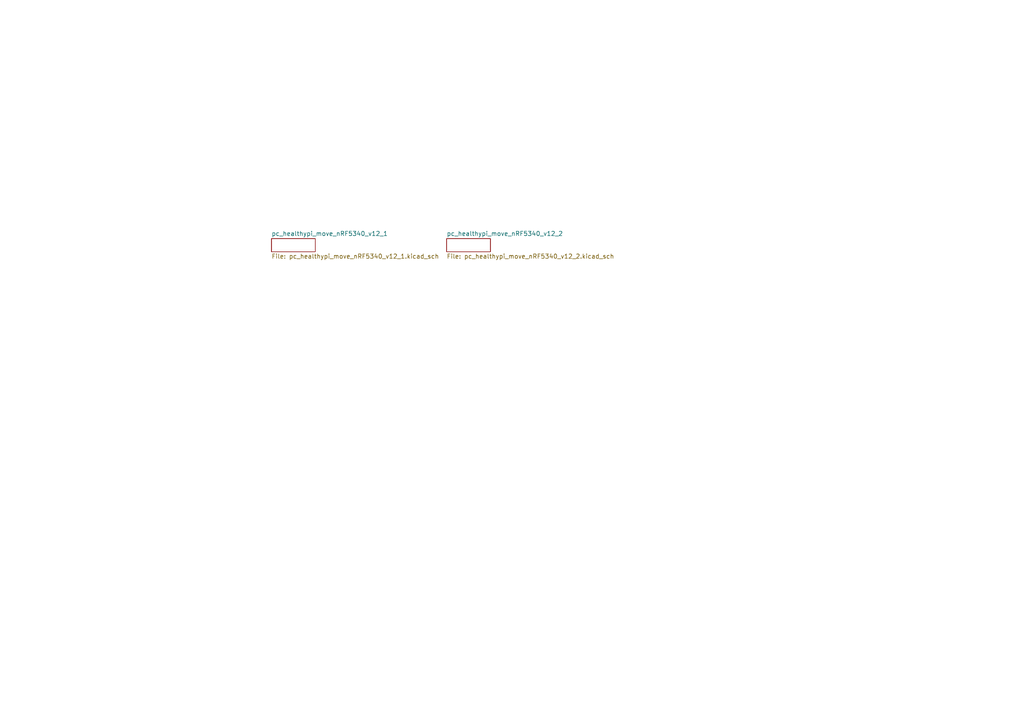
<source format=kicad_sch>
(kicad_sch
	(version 20250114)
	(generator "eeschema")
	(generator_version "9.0")
	(uuid "8f404bb9-fb17-4b44-8086-95497491a3f4")
	(paper "A4")
	(lib_symbols)
	(sheet
		(at 78.74 69.215)
		(size 12.7 3.81)
		(exclude_from_sim no)
		(in_bom yes)
		(on_board yes)
		(dnp no)
		(fields_autoplaced yes)
		(stroke
			(width 0)
			(type solid)
		)
		(fill
			(color 0 0 0 0.0000)
		)
		(uuid "b6a7211f-b5d4-4b9c-8dce-ca028a395813")
		(property "Sheetname" "pc_healthypi_move_nRF5340_v12_1"
			(at 78.74 68.5034 0)
			(effects
				(font
					(size 1.27 1.27)
				)
				(justify left bottom)
			)
		)
		(property "Sheetfile" "pc_healthypi_move_nRF5340_v12_1.kicad_sch"
			(at 78.74 73.6096 0)
			(effects
				(font
					(size 1.27 1.27)
				)
				(justify left top)
			)
		)
		(instances
			(project "pc_healthypi_move_nRF5340_v12"
				(path "/8f404bb9-fb17-4b44-8086-95497491a3f4"
					(page "1")
				)
			)
		)
	)
	(sheet
		(at 129.54 69.215)
		(size 12.7 3.81)
		(exclude_from_sim no)
		(in_bom yes)
		(on_board yes)
		(dnp no)
		(fields_autoplaced yes)
		(stroke
			(width 0)
			(type solid)
		)
		(fill
			(color 0 0 0 0.0000)
		)
		(uuid "d3bbce13-7083-4349-9dde-feb6bccecfbf")
		(property "Sheetname" "pc_healthypi_move_nRF5340_v12_2"
			(at 129.54 68.5034 0)
			(effects
				(font
					(size 1.27 1.27)
				)
				(justify left bottom)
			)
		)
		(property "Sheetfile" "pc_healthypi_move_nRF5340_v12_2.kicad_sch"
			(at 129.54 73.6096 0)
			(effects
				(font
					(size 1.27 1.27)
				)
				(justify left top)
			)
		)
		(instances
			(project "pc_healthypi_move_nRF5340_v12"
				(path "/8f404bb9-fb17-4b44-8086-95497491a3f4"
					(page "2")
				)
			)
		)
	)
	(sheet_instances
		(path "/"
			(page "1")
		)
	)
	(embedded_fonts no)
)

</source>
